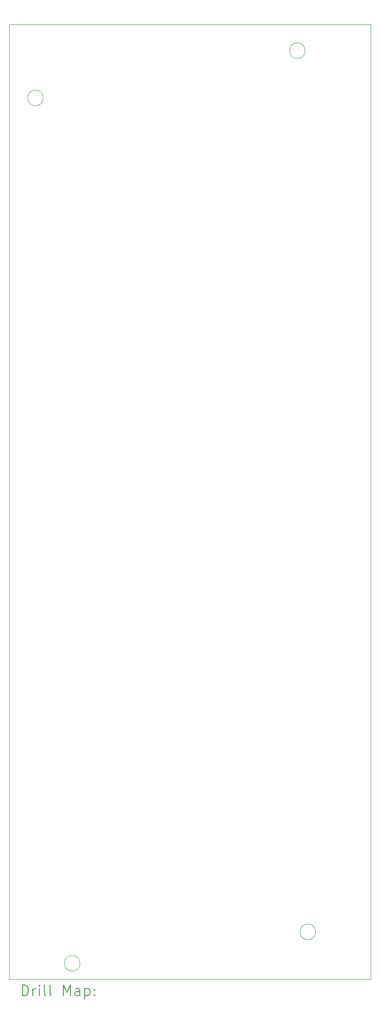
<source format=gbr>
%TF.GenerationSoftware,KiCad,Pcbnew,(6.0.8)*%
%TF.CreationDate,2022-11-05T23:26:08+09:00*%
%TF.ProjectId,CIRCUITOS,43495243-5549-4544-9f53-2e6b69636164,rev?*%
%TF.SameCoordinates,Original*%
%TF.FileFunction,Drillmap*%
%TF.FilePolarity,Positive*%
%FSLAX45Y45*%
G04 Gerber Fmt 4.5, Leading zero omitted, Abs format (unit mm)*
G04 Created by KiCad (PCBNEW (6.0.8)) date 2022-11-05 23:26:08*
%MOMM*%
%LPD*%
G01*
G04 APERTURE LIST*
%ADD10C,0.100000*%
%ADD11C,0.200000*%
G04 APERTURE END LIST*
D10*
X16150000Y-18700000D02*
G75*
G03*
X16150000Y-18700000I-150000J0D01*
G01*
X15950000Y-1900000D02*
G75*
G03*
X15950000Y-1900000I-150000J0D01*
G01*
X11650000Y-19300000D02*
G75*
G03*
X11650000Y-19300000I-150000J0D01*
G01*
X10950000Y-2800000D02*
G75*
G03*
X10950000Y-2800000I-150000J0D01*
G01*
X17200000Y-19600000D02*
X10300000Y-19600000D01*
X10300000Y-19600000D02*
X10300000Y-1400000D01*
X10300000Y-1400000D02*
X17200000Y-1400000D01*
X17200000Y-1400000D02*
X17200000Y-19600000D01*
D11*
X10552619Y-19915476D02*
X10552619Y-19715476D01*
X10600238Y-19715476D01*
X10628810Y-19725000D01*
X10647857Y-19744048D01*
X10657381Y-19763095D01*
X10666905Y-19801190D01*
X10666905Y-19829762D01*
X10657381Y-19867857D01*
X10647857Y-19886905D01*
X10628810Y-19905952D01*
X10600238Y-19915476D01*
X10552619Y-19915476D01*
X10752619Y-19915476D02*
X10752619Y-19782143D01*
X10752619Y-19820238D02*
X10762143Y-19801190D01*
X10771667Y-19791667D01*
X10790714Y-19782143D01*
X10809762Y-19782143D01*
X10876429Y-19915476D02*
X10876429Y-19782143D01*
X10876429Y-19715476D02*
X10866905Y-19725000D01*
X10876429Y-19734524D01*
X10885952Y-19725000D01*
X10876429Y-19715476D01*
X10876429Y-19734524D01*
X11000238Y-19915476D02*
X10981190Y-19905952D01*
X10971667Y-19886905D01*
X10971667Y-19715476D01*
X11105000Y-19915476D02*
X11085952Y-19905952D01*
X11076429Y-19886905D01*
X11076429Y-19715476D01*
X11333571Y-19915476D02*
X11333571Y-19715476D01*
X11400238Y-19858333D01*
X11466905Y-19715476D01*
X11466905Y-19915476D01*
X11647857Y-19915476D02*
X11647857Y-19810714D01*
X11638333Y-19791667D01*
X11619286Y-19782143D01*
X11581190Y-19782143D01*
X11562143Y-19791667D01*
X11647857Y-19905952D02*
X11628809Y-19915476D01*
X11581190Y-19915476D01*
X11562143Y-19905952D01*
X11552619Y-19886905D01*
X11552619Y-19867857D01*
X11562143Y-19848810D01*
X11581190Y-19839286D01*
X11628809Y-19839286D01*
X11647857Y-19829762D01*
X11743095Y-19782143D02*
X11743095Y-19982143D01*
X11743095Y-19791667D02*
X11762143Y-19782143D01*
X11800238Y-19782143D01*
X11819286Y-19791667D01*
X11828809Y-19801190D01*
X11838333Y-19820238D01*
X11838333Y-19877381D01*
X11828809Y-19896429D01*
X11819286Y-19905952D01*
X11800238Y-19915476D01*
X11762143Y-19915476D01*
X11743095Y-19905952D01*
X11924048Y-19896429D02*
X11933571Y-19905952D01*
X11924048Y-19915476D01*
X11914524Y-19905952D01*
X11924048Y-19896429D01*
X11924048Y-19915476D01*
X11924048Y-19791667D02*
X11933571Y-19801190D01*
X11924048Y-19810714D01*
X11914524Y-19801190D01*
X11924048Y-19791667D01*
X11924048Y-19810714D01*
M02*

</source>
